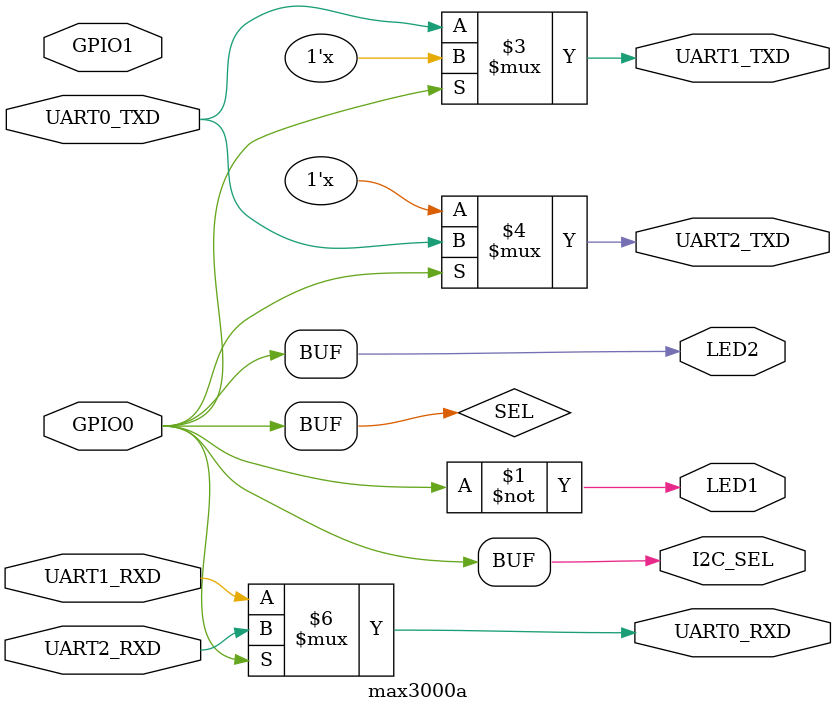
<source format=v>
module max3000a(
	input GPIO0,
	input GPIO1,

	input UART0_TXD,
	output UART0_RXD,

	output UART1_TXD,
	input UART1_RXD,

	output UART2_TXD,
	input UART2_RXD,

	output LED1,
	output LED2,

	output I2C_SEL
	);

	wire SEL;
	assign SEL = GPIO0;

	assign LED1 = ~SEL;
	assign LED2 = SEL;

	assign UART1_TXD = ~SEL ? UART0_TXD : 1'bZ;
	assign UART2_TXD = SEL ? UART0_TXD : 1'bZ;

	assign UART0_RXD = ~SEL ? UART1_RXD : UART2_RXD;

	assign I2C_SEL = SEL;

endmodule

</source>
